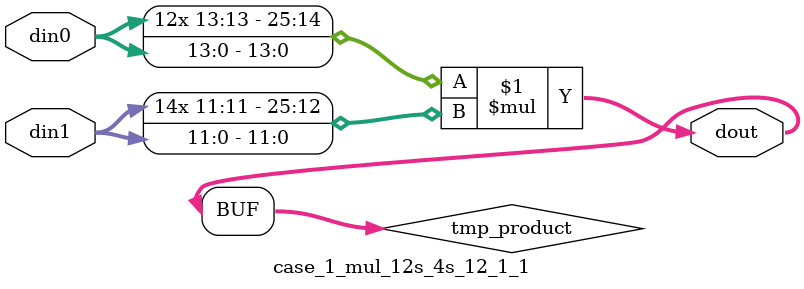
<source format=v>

`timescale 1 ns / 1 ps

 module case_1_mul_12s_4s_12_1_1(din0, din1, dout);
parameter ID = 1;
parameter NUM_STAGE = 0;
parameter din0_WIDTH = 14;
parameter din1_WIDTH = 12;
parameter dout_WIDTH = 26;

input [din0_WIDTH - 1 : 0] din0; 
input [din1_WIDTH - 1 : 0] din1; 
output [dout_WIDTH - 1 : 0] dout;

wire signed [dout_WIDTH - 1 : 0] tmp_product;



























assign tmp_product = $signed(din0) * $signed(din1);








assign dout = tmp_product;





















endmodule

</source>
